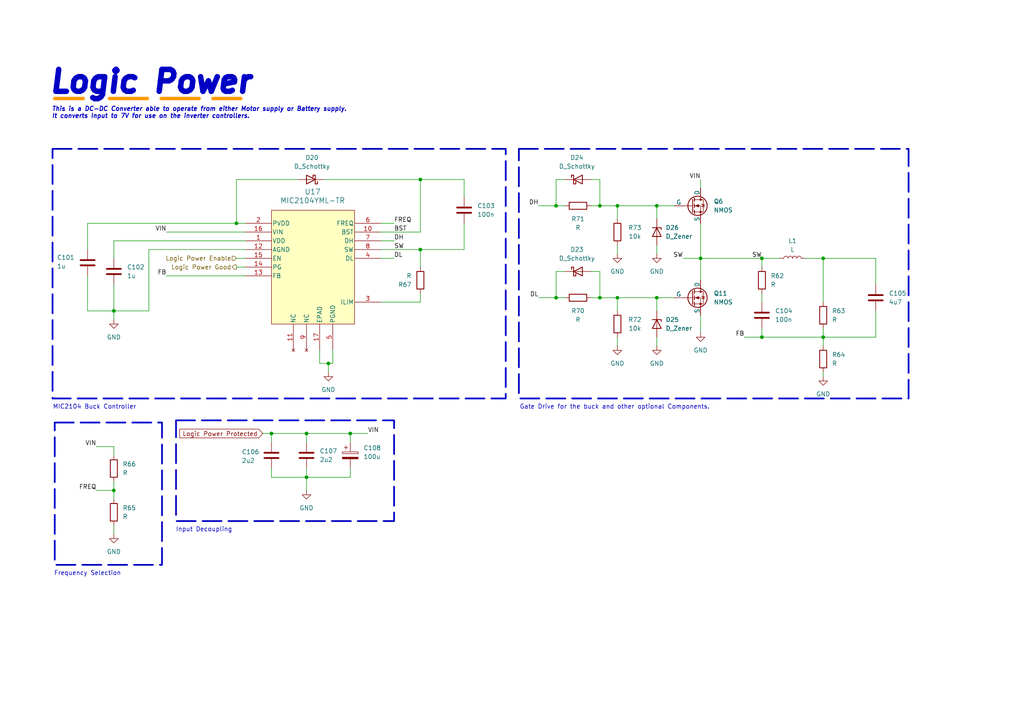
<source format=kicad_sch>
(kicad_sch (version 20231120) (generator "eeschema") (generator_version "8.0")
  (paper "A4")
  (title_block (title "HyperDrive Motor Controller") (rev "Mk. 1") (company "University of Alberta EcoCar Team"))
  (lib_symbols
    (symbol "Device:C" (pin_numbers hide) (pin_names (offset 0.254))
      (property "Reference" "C" (at 0.635 2.54 0))
      (property "Value" "C" (at 0.635 -2.54 0))
      (symbol "C_0_1"
        (polyline (pts (xy -2.032 -0.762) (xy 2.032 -0.762)) (stroke (width 0.508)))
        (polyline (pts (xy -2.032 0.762) (xy 2.032 0.762)) (stroke (width 0.508)))
      )
      (symbol "C_1_1"
        (pin passive line (at 0 3.81 270) (length 2.794) (name "~") (number "1"))
        (pin passive line (at 0 -3.81 90) (length 2.794) (name "~") (number "2"))
      )
    )
    (symbol "Device:C_Polarized" (pin_numbers hide) (pin_names (offset 0.254))
      (property "Reference" "C" (at 0.635 2.54 0))
      (property "Value" "C_Polarized" (at 0.635 -2.54 0))
      (symbol "C_Polarized_0_1"
        (rectangle (start -2.286 0.508) (end 2.286 1.016))
        (polyline (pts (xy -1.778 2.286) (xy -0.762 2.286)))
        (polyline (pts (xy -1.27 2.794) (xy -1.27 1.778)))
        (rectangle (start 2.286 -0.508) (end -2.286 -1.016) (fill (type outline)))
      )
      (symbol "C_Polarized_1_1"
        (pin passive line (at 0 3.81 270) (length 2.794) (name "~") (number "1"))
        (pin passive line (at 0 -3.81 90) (length 2.794) (name "~") (number "2"))
      )
    )
    (symbol "Device:D_Schottky" (pin_numbers hide) (pin_names (offset 1.016) hide)
      (property "Reference" "D" (at 0 2.54 0))
      (property "Value" "D_Schottky" (at 0 -2.54 0))
      (symbol "D_Schottky_0_1"
        (polyline (pts (xy 1.27 0) (xy -1.27 0)))
        (polyline (pts (xy 1.27 1.27) (xy 1.27 -1.27) (xy -1.27 0) (xy 1.27 1.27)) (stroke (width 0.254)))
        (polyline (pts (xy -1.905 0.635) (xy -1.905 1.27) (xy -1.27 1.27) (xy -1.27 -1.27) (xy -0.635 -1.27) (xy -0.635 -0.635)) (stroke (width 0.254)))
      )
      (symbol "D_Schottky_1_1"
        (pin passive line (at -3.81 0 0) (length 2.54) (name "K") (number "1"))
        (pin passive line (at 3.81 0 180) (length 2.54) (name "A") (number "2"))
      )
    )
    (symbol "Device:D_Zener" (pin_numbers hide) (pin_names (offset 1.016) hide)
      (property "Reference" "D" (at 0 2.54 0))
      (property "Value" "D_Zener" (at 0 -2.54 0))
      (symbol "D_Zener_0_1"
        (polyline (pts (xy 1.27 0) (xy -1.27 0)))
        (polyline (pts (xy -1.27 -1.27) (xy -1.27 1.27) (xy -0.762 1.27)) (stroke (width 0.254)))
        (polyline (pts (xy 1.27 -1.27) (xy 1.27 1.27) (xy -1.27 0) (xy 1.27 -1.27)) (stroke (width 0.254)))
      )
      (symbol "D_Zener_1_1"
        (pin passive line (at -3.81 0 0) (length 2.54) (name "K") (number "1"))
        (pin passive line (at 3.81 0 180) (length 2.54) (name "A") (number "2"))
      )
    )
    (symbol "Device:L" (pin_numbers hide) (pin_names (offset 1.016) hide)
      (property "Reference" "L" (at -1.27 0 90))
      (property "Value" "L" (at 1.905 0 90))
      (symbol "L_0_1"
        (arc (start 0 -2.54) (mid 0.6323 -1.905) (end 0 -1.27))
        (arc (start 0 -1.27) (mid 0.6323 -0.635) (end 0 0))
        (arc (start 0 0) (mid 0.6323 0.635) (end 0 1.27))
        (arc (start 0 1.27) (mid 0.6323 1.905) (end 0 2.54))
      )
      (symbol "L_1_1"
        (pin passive line (at 0 3.81 270) (length 1.27) (name "1") (number "1"))
        (pin passive line (at 0 -3.81 90) (length 1.27) (name "2") (number "2"))
      )
    )
    (symbol "Device:R" (pin_numbers hide) (pin_names (offset 0))
      (property "Reference" "R" (at 2.032 0 90))
      (property "Value" "R" (at 0 0 90))
      (symbol "R_0_1"
        (rectangle (start -1.016 -2.54) (end 1.016 2.54) (stroke (width 0.254)))
      )
      (symbol "R_1_1"
        (pin passive line (at 0 3.81 270) (length 1.27) (name "~") (number "1"))
        (pin passive line (at 0 -3.81 90) (length 1.27) (name "~") (number "2"))
      )
    )
    (symbol "Simulation_SPICE:NMOS" (pin_numbers hide) (pin_names (offset 0))
      (property "Reference" "Q" (at 5.08 1.27 0))
      (property "Value" "NMOS" (at 5.08 -1.27 0))
      (symbol "NMOS_0_1"
        (polyline (pts (xy 0.254 0) (xy -2.54 0)))
        (polyline (pts (xy 0.254 1.905) (xy 0.254 -1.905)) (stroke (width 0.254)))
        (polyline (pts (xy 0.762 -1.27) (xy 0.762 -2.286)) (stroke (width 0.254)))
        (polyline (pts (xy 0.762 0.508) (xy 0.762 -0.508)) (stroke (width 0.254)))
        (polyline (pts (xy 0.762 2.286) (xy 0.762 1.27)) (stroke (width 0.254)))
        (polyline (pts (xy 2.54 2.54) (xy 2.54 1.778)))
        (polyline (pts (xy 2.54 -2.54) (xy 2.54 0) (xy 0.762 0)))
        (polyline (pts (xy 0.762 -1.778) (xy 3.302 -1.778) (xy 3.302 1.778) (xy 0.762 1.778)))
        (polyline (pts (xy 1.016 0) (xy 2.032 0.381) (xy 2.032 -0.381) (xy 1.016 0)) (fill (type outline)))
        (polyline (pts (xy 2.794 0.508) (xy 2.921 0.381) (xy 3.683 0.381) (xy 3.81 0.254)))
        (polyline (pts (xy 3.302 0.381) (xy 2.921 -0.254) (xy 3.683 -0.254) (xy 3.302 0.381)))
        (circle (center 1.651 0) (radius 2.794) (stroke (width 0.254)))
        (circle (center 2.54 -1.778) (radius 0.254) (fill (type outline)))
        (circle (center 2.54 1.778) (radius 0.254) (fill (type outline)))
      )
      (symbol "NMOS_1_1"
        (pin passive line (at 2.54 5.08 270) (length 2.54) (name "D") (number "1"))
        (pin input line (at -5.08 0 0) (length 2.54) (name "G") (number "2"))
        (pin passive line (at 2.54 -5.08 90) (length 2.54) (name "S") (number "3"))
      )
    )
    (symbol "ecocad_lib_symbols:MIC2104YML-TR" (pin_names (offset 0.254))
      (property "Reference" "U" (at 19.558 9.144 0))
      (property "Value" "MIC2104YML-TR" (at 19.558 6.604 0))
      (symbol "MIC2104YML-TR_0_1"
        (pin power_in line (at 0 -5.08 0) (length 7.62) (name "VDD") (number "1"))
        (pin input line (at 39.37 -2.54 180) (length 7.62) (name "BST") (number "10"))
        (pin no_connect line (at 13.97 -36.83 90) (length 7.62) (name "NC") (number "11"))
        (pin power_in line (at 0 -7.62 0) (length 7.62) (name "AGND") (number "12"))
        (pin input line (at 0 -15.24 0) (length 7.62) (name "FB") (number "13"))
        (pin output line (at 0 -12.7 0) (length 7.62) (name "PG") (number "14"))
        (pin input line (at 0 -10.16 0) (length 7.62) (name "EN") (number "15"))
        (pin input line (at 0 -2.54 0) (length 7.62) (name "VIN") (number "16"))
        (pin power_in line (at 0 0 0) (length 7.62) (name "PVDD") (number "2"))
        (pin unspecified line (at 39.37 -22.86 180) (length 7.62) (name "ILIM") (number "3"))
        (pin output line (at 39.37 -10.16 180) (length 7.62) (name "DL") (number "4"))
        (pin power_in line (at 25.4 -36.83 90) (length 7.62) (name "PGND") (number "5"))
        (pin input line (at 39.37 0 180) (length 7.62) (name "FREQ") (number "6"))
        (pin output line (at 39.37 -5.08 180) (length 7.62) (name "DH") (number "7"))
        (pin input line (at 39.37 -7.62 180) (length 7.62) (name "SW") (number "8"))
        (pin no_connect line (at 17.78 -36.83 90) (length 7.62) (name "NC") (number "9"))
      )
      (symbol "MIC2104YML-TR_1_1"
        (rectangle (start 7.62 3.81) (end 31.75 -29.21) (fill (type background)))
        (pin unspecified line (at 21.59 -36.83 90) (length 7.62) (name "EPAD") (number "17"))
      )
    )
    (symbol "power:GND" (power) (pin_numbers hide) (pin_names (offset 0) hide)
      (property "Value" "GND" (at 0 -3.81 0))
      (symbol "GND_0_1"
        (polyline (pts (xy 0 0) (xy 0 -1.27) (xy 1.27 -1.27) (xy 0 -2.54) (xy -1.27 -1.27) (xy 0 -1.27)))
      )
      (symbol "GND_1_1"
        (pin power_in line (at 0 0 270) (length 0) (name "~") (number "1"))
      )
    )
  )
  (junction (at 78.74 125.73))
  (junction (at 173.99 59.69))
  (junction (at 68.58 64.77))
  (junction (at 33.02 90.17))
  (junction (at 220.98 97.79))
  (junction (at 121.92 72.39))
  (junction (at 95.25 105.41))
  (junction (at 33.02 142.24))
  (junction (at 190.5 59.69))
  (junction (at 88.9 138.43))
  (junction (at 203.2 74.93))
  (junction (at 179.07 59.69))
  (junction (at 190.5 86.36))
  (junction (at 88.9 125.73))
  (junction (at 161.29 86.36))
  (junction (at 161.29 59.69))
  (junction (at 179.07 86.36))
  (junction (at 173.99 86.36))
  (junction (at 121.92 52.07))
  (junction (at 238.76 74.93))
  (junction (at 220.98 74.93))
  (junction (at 238.76 97.79))
  (junction (at 101.6 125.73))
  (wire (pts (xy 68.58 64.77) (xy 71.12 64.77)))
  (wire (pts (xy 88.9 125.73) (xy 101.6 125.73)))
  (wire (pts (xy 121.92 72.39) (xy 121.92 77.47)))
  (wire (pts (xy 121.92 85.09) (xy 121.92 87.63)))
  (wire (pts (xy 110.49 74.93) (xy 114.3 74.93)))
  (wire (pts (xy 254 97.79) (xy 238.76 97.79)))
  (wire (pts (xy 238.76 74.93) (xy 233.68 74.93)))
  (wire (pts (xy 238.76 107.95) (xy 238.76 109.22)))
  (polyline (pts (xy 15.875 28.575) (xy 24.13 28.575)) (stroke (width 1) (type dash_dot_dot) (color 255 153 0 1)))
  (wire (pts (xy 238.76 87.63) (xy 238.76 74.93)))
  (wire (pts (xy 215.9 97.79) (xy 220.98 97.79)))
  (wire (pts (xy 68.58 64.77) (xy 68.58 52.07)))
  (wire (pts (xy 25.4 64.77) (xy 25.4 72.39)))
  (wire (pts (xy 106.68 125.73) (xy 101.6 125.73)))
  (wire (pts (xy 203.2 64.77) (xy 203.2 74.93)))
  (wire (pts (xy 173.99 78.74) (xy 173.99 86.36)))
  (wire (pts (xy 254 82.55) (xy 254 74.93)))
  (wire (pts (xy 96.52 101.6) (xy 96.52 105.41)))
  (wire (pts (xy 238.76 97.79) (xy 238.76 100.33)))
  (wire (pts (xy 93.98 52.07) (xy 121.92 52.07)))
  (wire (pts (xy 161.29 52.07) (xy 161.29 59.69)))
  (wire (pts (xy 101.6 138.43) (xy 88.9 138.43)))
  (wire (pts (xy 33.02 129.54) (xy 33.02 132.08)))
  (wire (pts (xy 179.07 86.36) (xy 179.07 90.17)))
  (wire (pts (xy 33.02 82.55) (xy 33.02 90.17)))
  (wire (pts (xy 78.74 128.27) (xy 78.74 125.73)))
  (wire (pts (xy 179.07 97.79) (xy 179.07 100.33)))
  (wire (pts (xy 173.99 86.36) (xy 179.07 86.36)))
  (wire (pts (xy 203.2 74.93) (xy 203.2 81.28)))
  (wire (pts (xy 33.02 90.17) (xy 33.02 92.71)))
  (wire (pts (xy 156.21 59.69) (xy 161.29 59.69)))
  (wire (pts (xy 33.02 69.85) (xy 71.12 69.85)))
  (wire (pts (xy 33.02 142.24) (xy 33.02 144.78)))
  (wire (pts (xy 33.02 139.7) (xy 33.02 142.24)))
  (wire (pts (xy 254 90.17) (xy 254 97.79)))
  (wire (pts (xy 92.71 101.6) (xy 92.71 105.41)))
  (wire (pts (xy 92.71 105.41) (xy 95.25 105.41)))
  (wire (pts (xy 161.29 59.69) (xy 163.83 59.69)))
  (wire (pts (xy 78.74 138.43) (xy 78.74 135.89)))
  (wire (pts (xy 203.2 91.44) (xy 203.2 96.52)))
  (wire (pts (xy 27.94 142.24) (xy 33.02 142.24)))
  (wire (pts (xy 220.98 97.79) (xy 220.98 95.25)))
  (wire (pts (xy 163.83 78.74) (xy 161.29 78.74)))
  (wire (pts (xy 88.9 125.73) (xy 88.9 128.27)))
  (wire (pts (xy 161.29 86.36) (xy 163.83 86.36)))
  (wire (pts (xy 190.5 59.69) (xy 195.58 59.69)))
  (wire (pts (xy 25.4 80.01) (xy 25.4 90.17)))
  (wire (pts (xy 27.94 129.54) (xy 33.02 129.54)))
  (wire (pts (xy 95.25 105.41) (xy 96.52 105.41)))
  (wire (pts (xy 179.07 59.69) (xy 190.5 59.69)))
  (wire (pts (xy 68.58 77.47) (xy 71.12 77.47)))
  (wire (pts (xy 190.5 97.79) (xy 190.5 100.33)))
  (wire (pts (xy 203.2 52.07) (xy 203.2 54.61)))
  (wire (pts (xy 43.18 72.39) (xy 43.18 90.17)))
  (wire (pts (xy 179.07 59.69) (xy 179.07 63.5)))
  (wire (pts (xy 88.9 142.24) (xy 88.9 138.43)))
  (wire (pts (xy 68.58 52.07) (xy 86.36 52.07)))
  (wire (pts (xy 101.6 135.89) (xy 101.6 138.43)))
  (wire (pts (xy 121.92 72.39) (xy 134.62 72.39)))
  (wire (pts (xy 114.3 64.77) (xy 110.49 64.77)))
  (wire (pts (xy 134.62 64.77) (xy 134.62 72.39)))
  (wire (pts (xy 110.49 69.85) (xy 114.3 69.85)))
  (wire (pts (xy 25.4 64.77) (xy 68.58 64.77)))
  (wire (pts (xy 238.76 95.25) (xy 238.76 97.79)))
  (wire (pts (xy 190.5 71.12) (xy 190.5 73.66)))
  (wire (pts (xy 156.21 86.36) (xy 161.29 86.36)))
  (wire (pts (xy 33.02 69.85) (xy 33.02 74.93)))
  (wire (pts (xy 198.12 74.93) (xy 203.2 74.93)))
  (wire (pts (xy 121.92 67.31) (xy 110.49 67.31)))
  (wire (pts (xy 33.02 152.4) (xy 33.02 154.94)))
  (wire (pts (xy 171.45 52.07) (xy 173.99 52.07)))
  (wire (pts (xy 254 74.93) (xy 238.76 74.93)))
  (wire (pts (xy 121.92 52.07) (xy 121.92 67.31)))
  (wire (pts (xy 171.45 86.36) (xy 173.99 86.36)))
  (wire (pts (xy 163.83 52.07) (xy 161.29 52.07)))
  (wire (pts (xy 78.74 138.43) (xy 88.9 138.43)))
  (wire (pts (xy 190.5 86.36) (xy 190.5 90.17)))
  (wire (pts (xy 25.4 90.17) (xy 33.02 90.17)))
  (wire (pts (xy 110.49 87.63) (xy 121.92 87.63)))
  (wire (pts (xy 95.25 105.41) (xy 95.25 107.95)))
  (wire (pts (xy 171.45 78.74) (xy 173.99 78.74)))
  (wire (pts (xy 220.98 74.93) (xy 226.06 74.93)))
  (wire (pts (xy 76.2 125.73) (xy 78.74 125.73)))
  (wire (pts (xy 238.76 97.79) (xy 220.98 97.79)))
  (wire (pts (xy 71.12 72.39) (xy 43.18 72.39)))
  (wire (pts (xy 88.9 135.89) (xy 88.9 138.43)))
  (wire (pts (xy 220.98 85.09) (xy 220.98 87.63)))
  (wire (pts (xy 173.99 52.07) (xy 173.99 59.69)))
  (wire (pts (xy 190.5 59.69) (xy 190.5 63.5)))
  (wire (pts (xy 134.62 52.07) (xy 134.62 57.15)))
  (wire (pts (xy 203.2 74.93) (xy 220.98 74.93)))
  (wire (pts (xy 179.07 86.36) (xy 190.5 86.36)))
  (wire (pts (xy 48.26 67.31) (xy 71.12 67.31)))
  (wire (pts (xy 161.29 78.74) (xy 161.29 86.36)))
  (wire (pts (xy 121.92 52.07) (xy 134.62 52.07)))
  (wire (pts (xy 190.5 86.36) (xy 195.58 86.36)))
  (wire (pts (xy 43.18 90.17) (xy 33.02 90.17)))
  (wire (pts (xy 101.6 128.27) (xy 101.6 125.73)))
  (polyline (pts (xy 31.75 28.575) (xy 69.85 28.575)) (stroke (width 1) (type dash) (color 255 153 0 1)))
  (wire (pts (xy 171.45 59.69) (xy 173.99 59.69)))
  (wire (pts (xy 173.99 59.69) (xy 179.07 59.69)))
  (wire (pts (xy 220.98 74.93) (xy 220.98 77.47)))
  (wire (pts (xy 110.49 72.39) (xy 121.92 72.39)))
  (wire (pts (xy 48.26 80.01) (xy 71.12 80.01)))
  (wire (pts (xy 179.07 71.12) (xy 179.07 73.66)))
  (wire (pts (xy 68.58 74.93) (xy 71.12 74.93)))
  (wire (pts (xy 78.74 125.73) (xy 88.9 125.73)))
  (rectangle (start 51.054 121.92) (end 114.3 151.13) (stroke (width 0.5) (type dash)))
  (rectangle (start 150.495 43.18) (end 263.525 115.57) (stroke (width 0.5) (type dash)))
  (rectangle (start 15.875 122.555) (end 46.99 163.83) (stroke (width 0.5) (type dash)))
  (rectangle (start 15.24 43.18) (end 146.685 115.57) (stroke (width 0.5) (type dash)))
  (text "This is a DC-DC Converter able to operate from either Motor supply or Battery supply.\nIt converts Input to 7V for use on the inverter controllers." (at 14.986 32.766 0) (effects (font (size 1.27 1.27) (bold yes) (italic yes)) (justify left)))
  (text "MIC2104 Buck Controller" (at 27.432 118.11 0) (effects (font (size 1.27 1.27))))
  (text "Input Decoupling" (at 59.182 153.67 0) (effects (font (size 1.27 1.27))))
  (text "Frequency Selection" (at 25.4 166.37 0) (effects (font (size 1.27 1.27))))
  (text "Logic Power" (at 13.716 23.876 0) (effects (font (size 6.35 6.35) (thickness 2.54) (bold yes) (italic yes)) (justify left)))
  (text "Gate Drive for the buck and other optional Components." (at 178.308 118.11 0) (effects (font (size 1.27 1.27))))
  (label "VIN" (at 48.26 67.31 180))
  (label "FREQ" (at 114.3 64.77 0))
  (label "FREQ" (at 27.94 142.24 180))
  (label "BST" (at 114.3 67.31 0))
  (label "DL" (at 156.21 86.36 180))
  (label "DH" (at 156.21 59.69 180))
  (label "DH" (at 114.3 69.85 0))
  (label "VIN" (at 106.68 125.73 0))
  (label "SW" (at 198.12 74.93 180))
  (label "FB" (at 48.26 80.01 180))
  (label "SW" (at 220.98 74.93 180))
  (label "DL" (at 114.3 74.93 0))
  (label "VIN" (at 203.2 52.07 180))
  (label "SW" (at 114.3 72.39 0))
  (label "VIN" (at 27.94 129.54 180))
  (label "FB" (at 215.9 97.79 180))
  (global_label "Logic Power Protected" (shape input) (at 76.2 125.73 180) (property "Intersheetrefs" "${INTERSHEET_REFS}" (effects (hide yes))))
  (hierarchical_label "Logic Power Good" (shape output) (at 68.58 77.47 180))
  (hierarchical_label "Logic Power Enable" (shape input) (at 68.58 74.93 180))
  (symbol (lib_id "Device:R") (at 33.02 135.89 0) (unit 1)
    (property "Reference" "R66" (at 35.56 134.6199 0) (effects (justify left)))
    (property "Value" "R" (at 35.56 137.1599 0) (effects (justify left)))
    (property "Description" "Resistor" (effects (hide yes)))
  )
  (symbol (lib_id "Device:R") (at 167.64 59.69 90) (unit 1)
    (property "Reference" "R71" (at 167.64 63.5 90))
    (property "Value" "R" (at 167.64 66.04 90))
    (property "Description" "Resistor" (effects (hide yes)))
  )
  (symbol (lib_id "Device:C") (at 33.02 78.74 0) (unit 1)
    (property "Reference" "C102" (at 36.83 77.4699 0) (effects (justify left)))
    (property "Value" "1u" (at 36.83 80.0099 0) (effects (justify left)))
    (property "Description" "Unpolarized capacitor" (effects (hide yes)))
  )
  (symbol (lib_id "Simulation_SPICE:NMOS") (at 200.66 59.69 0) (unit 1)
    (property "Reference" "Q6" (at 207.01 58.4199 0) (effects (justify left)))
    (property "Value" "NMOS" (at 207.01 60.9599 0) (effects (justify left)))
    (property "Datasheet" "https://ngspice.sourceforge.io/docs/ngspice-html-manual/manual.xhtml#cha_MOSFETs" (effects (hide yes)))
    (property "Description" "N-MOSFET transistor, drain/source/gate" (effects (hide yes)))
    (property "Sim.Device" "NMOS" (effects (hide yes)))
    (property "Sim.Type" "VDMOS" (effects (hide yes)))
    (property "Sim.Pins" "1=D 2=G 3=S" (effects (hide yes)))
  )
  (symbol (lib_id "power:GND") (at 238.76 109.22 0) (unit 1)
    (property "Reference" "#PWR0161" (effects (hide yes)))
    (property "Value" "GND" (at 238.76 114.3 0))
    (property "Description" "Power symbol creates a global label with name \"GND\" , ground" (effects (hide yes)))
  )
  (symbol (lib_id "Device:R") (at 179.07 93.98 180) (unit 1)
    (property "Reference" "R72" (at 184.15 92.71 0))
    (property "Value" "10k" (at 184.15 95.25 0))
    (property "Description" "Resistor" (effects (hide yes)))
  )
  (symbol (lib_id "Device:R") (at 167.64 86.36 90) (unit 1)
    (property "Reference" "R70" (at 167.64 90.17 90))
    (property "Value" "R" (at 167.64 92.71 90))
    (property "Description" "Resistor" (effects (hide yes)))
  )
  (symbol (lib_id "Device:R") (at 220.98 81.28 0) (unit 1)
    (property "Reference" "R62" (at 223.52 80.0099 0) (effects (justify left)))
    (property "Value" "R" (at 223.52 82.5499 0) (effects (justify left)))
    (property "Description" "Resistor" (effects (hide yes)))
  )
  (symbol (lib_id "Device:R") (at 179.07 67.31 180) (unit 1)
    (property "Reference" "R73" (at 184.15 66.04 0))
    (property "Value" "10k" (at 184.15 68.58 0))
    (property "Description" "Resistor" (effects (hide yes)))
  )
  (symbol (lib_id "power:GND") (at 33.02 154.94 0) (unit 1)
    (property "Reference" "#PWR0163" (effects (hide yes)))
    (property "Value" "GND" (at 33.02 160.02 0))
    (property "Description" "Power symbol creates a global label with name \"GND\" , ground" (effects (hide yes)))
  )
  (symbol (lib_id "Device:R") (at 238.76 104.14 0) (unit 1)
    (property "Reference" "R64" (at 241.3 102.8699 0) (effects (justify left)))
    (property "Value" "R" (at 241.3 105.4099 0) (effects (justify left)))
    (property "Description" "Resistor" (effects (hide yes)))
  )
  (symbol (lib_id "Device:D_Schottky") (at 167.64 52.07 0) (unit 1)
    (property "Reference" "D24" (at 167.3225 45.72 0))
    (property "Value" "D_Schottky" (at 167.3225 48.26 0))
    (property "Description" "Schottky diode" (effects (hide yes)))
  )
  (symbol (lib_id "Device:D_Schottky") (at 167.64 78.74 0) (unit 1)
    (property "Reference" "D23" (at 167.3225 72.39 0))
    (property "Value" "D_Schottky" (at 167.3225 74.93 0))
    (property "Description" "Schottky diode" (effects (hide yes)))
  )
  (symbol (lib_id "power:GND") (at 95.25 107.95 0) (unit 1)
    (property "Reference" "#PWR0160" (effects (hide yes)))
    (property "Value" "GND" (at 95.25 113.03 0))
    (property "Description" "Power symbol creates a global label with name \"GND\" , ground" (effects (hide yes)))
  )
  (symbol (lib_id "Device:D_Zener") (at 190.5 67.31 270) (unit 1)
    (property "Reference" "D26" (at 193.04 66.0399 90) (effects (justify left)))
    (property "Value" "D_Zener" (at 193.04 68.5799 90) (effects (justify left)))
    (property "Description" "Zener diode" (effects (hide yes)))
  )
  (symbol (lib_id "Device:D_Schottky") (at 90.17 52.07 180) (unit 1)
    (property "Reference" "D20" (at 90.4875 45.72 0))
    (property "Value" "D_Schottky" (at 90.4875 48.26 0))
    (property "Description" "Schottky diode" (effects (hide yes)))
  )
  (symbol (lib_id "Device:L") (at 229.87 74.93 90) (unit 1)
    (property "Reference" "L1" (at 229.87 69.85 90))
    (property "Value" "L" (at 229.87 72.39 90))
    (property "Description" "Inductor" (effects (hide yes)))
  )
  (symbol (lib_id "Device:C") (at 220.98 91.44 0) (unit 1)
    (property "Reference" "C104" (at 224.79 90.1699 0) (effects (justify left)))
    (property "Value" "100n" (at 224.79 92.7099 0) (effects (justify left)))
    (property "Description" "Unpolarized capacitor" (effects (hide yes)))
  )
  (symbol (lib_id "Device:C") (at 254 86.36 0) (unit 1)
    (property "Reference" "C105" (at 257.81 85.0899 0) (effects (justify left)))
    (property "Value" "4u7" (at 257.81 87.6299 0) (effects (justify left)))
    (property "Description" "Unpolarized capacitor" (effects (hide yes)))
  )
  (symbol (lib_id "Simulation_SPICE:NMOS") (at 200.66 86.36 0) (unit 1)
    (property "Reference" "Q11" (at 207.01 85.0899 0) (effects (justify left)))
    (property "Value" "NMOS" (at 207.01 87.6299 0) (effects (justify left)))
    (property "Datasheet" "https://ngspice.sourceforge.io/docs/ngspice-html-manual/manual.xhtml#cha_MOSFETs" (effects (hide yes)))
    (property "Description" "N-MOSFET transistor, drain/source/gate" (effects (hide yes)))
    (property "Sim.Device" "NMOS" (effects (hide yes)))
    (property "Sim.Type" "VDMOS" (effects (hide yes)))
    (property "Sim.Pins" "1=D 2=G 3=S" (effects (hide yes)))
  )
  (symbol (lib_id "Device:R") (at 238.76 91.44 0) (unit 1)
    (property "Reference" "R63" (at 241.3 90.1699 0) (effects (justify left)))
    (property "Value" "R" (at 241.3 92.7099 0) (effects (justify left)))
    (property "Description" "Resistor" (effects (hide yes)))
  )
  (symbol (lib_id "Device:C") (at 78.74 132.08 0) (unit 1)
    (property "Reference" "C106" (at 70.104 131.064 0) (effects (justify left)))
    (property "Value" "2u2" (at 70.104 133.604 0) (effects (justify left)))
    (property "Description" "Unpolarized capacitor" (effects (hide yes)))
  )
  (symbol (lib_id "ecocad_lib_symbols:MIC2104YML-TR") (at 71.12 64.77 0) (unit 1)
    (property "Reference" "U17" (at 90.678 55.626 0) (effects (font (size 1.524 1.524))))
    (property "Value" "MIC2104YML-TR" (at 90.678 58.166 0) (effects (font (size 1.524 1.524))))
    (property "Footprint" "MLF-16_ML_4X4_MCH" (effects (hide yes)))
    (property "Datasheet" "MIC2104YML-TR" (effects (hide yes)))
  )
  (symbol (lib_id "Device:R") (at 121.92 81.28 180) (unit 1)
    (property "Reference" "R67" (at 119.38 82.5501 0) (effects (justify left)))
    (property "Value" "R" (at 119.38 80.0101 0) (effects (justify left)))
    (property "Description" "Resistor" (effects (hide yes)))
  )
  (symbol (lib_id "Device:C") (at 134.62 60.96 0) (unit 1)
    (property "Reference" "C103" (at 138.43 59.6899 0) (effects (justify left)))
    (property "Value" "100n" (at 138.43 62.2299 0) (effects (justify left)))
    (property "Description" "Unpolarized capacitor" (effects (hide yes)))
  )
  (symbol (lib_id "power:GND") (at 179.07 73.66 0) (unit 1)
    (property "Reference" "#PWR0168" (effects (hide yes)))
    (property "Value" "GND" (at 179.07 78.74 0))
    (property "Description" "Power symbol creates a global label with name \"GND\" , ground" (effects (hide yes)))
  )
  (symbol (lib_id "Device:D_Zener") (at 190.5 93.98 270) (unit 1)
    (property "Reference" "D25" (at 193.04 92.7099 90) (effects (justify left)))
    (property "Value" "D_Zener" (at 193.04 95.2499 90) (effects (justify left)))
    (property "Description" "Zener diode" (effects (hide yes)))
  )
  (symbol (lib_id "power:GND") (at 190.5 100.33 0) (unit 1)
    (property "Reference" "#PWR0167" (effects (hide yes)))
    (property "Value" "GND" (at 190.5 105.41 0))
    (property "Description" "Power symbol creates a global label with name \"GND\" , ground" (effects (hide yes)))
  )
  (symbol (lib_id "power:GND") (at 203.2 96.52 0) (unit 1)
    (property "Reference" "#PWR0159" (effects (hide yes)))
    (property "Value" "GND" (at 203.2 101.6 0))
    (property "Description" "Power symbol creates a global label with name \"GND\" , ground" (effects (hide yes)))
  )
  (symbol (lib_id "Device:C_Polarized") (at 101.6 132.08 0) (unit 1)
    (property "Reference" "C108" (at 105.41 129.9209 0) (effects (justify left)))
    (property "Value" "100u" (at 105.41 132.4609 0) (effects (justify left)))
    (property "Description" "Polarized capacitor" (effects (hide yes)))
  )
  (symbol (lib_id "power:GND") (at 190.5 73.66 0) (unit 1)
    (property "Reference" "#PWR0169" (effects (hide yes)))
    (property "Value" "GND" (at 190.5 78.74 0))
    (property "Description" "Power symbol creates a global label with name \"GND\" , ground" (effects (hide yes)))
  )
  (symbol (lib_id "power:GND") (at 88.9 142.24 0) (unit 1)
    (property "Reference" "#PWR0162" (effects (hide yes)))
    (property "Value" "GND" (at 88.9 147.32 0))
    (property "Description" "Power symbol creates a global label with name \"GND\" , ground" (effects (hide yes)))
  )
  (symbol (lib_id "power:GND") (at 179.07 100.33 0) (unit 1)
    (property "Reference" "#PWR0166" (effects (hide yes)))
    (property "Value" "GND" (at 179.07 105.41 0))
    (property "Description" "Power symbol creates a global label with name \"GND\" , ground" (effects (hide yes)))
  )
  (symbol (lib_id "power:GND") (at 33.02 92.71 0) (unit 1)
    (property "Reference" "#PWR0158" (effects (hide yes)))
    (property "Value" "GND" (at 33.02 97.79 0))
    (property "Description" "Power symbol creates a global label with name \"GND\" , ground" (effects (hide yes)))
  )
  (symbol (lib_id "Device:R") (at 33.02 148.59 0) (unit 1)
    (property "Reference" "R65" (at 35.56 147.3199 0) (effects (justify left)))
    (property "Value" "R" (at 35.56 149.8599 0) (effects (justify left)))
    (property "Description" "Resistor" (effects (hide yes)))
  )
  (symbol (lib_id "Device:C") (at 25.4 76.2 0) (unit 1)
    (property "Reference" "C101" (at 16.51 74.676 0) (effects (justify left)))
    (property "Value" "1u" (at 16.51 77.216 0) (effects (justify left)))
    (property "Description" "Unpolarized capacitor" (effects (hide yes)))
  )
  (symbol (lib_id "Device:C") (at 88.9 132.08 0) (unit 1)
    (property "Reference" "C107" (at 92.71 130.8099 0) (effects (justify left)))
    (property "Value" "2u2" (at 92.71 133.3499 0) (effects (justify left)))
    (property "Description" "Unpolarized capacitor" (effects (hide yes)))
  )
)
</source>
